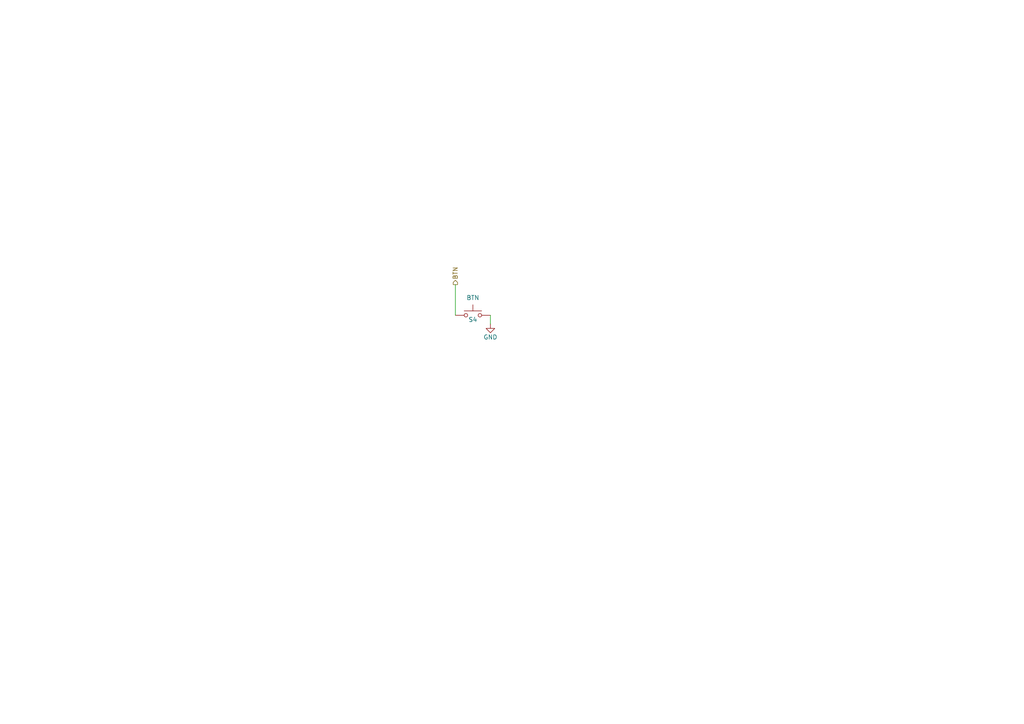
<source format=kicad_sch>
(kicad_sch (version 20231120) (generator "eeschema") (generator_version "8.0")
  (paper "A4")
  (title_block (title "YardForce SA/SC 10Buttons 12LEDs CoverUI") (date "2023-10-20") (rev "0.1") (comment 1 "(c) Apehaenger") (comment 2 "For https://openmower.de") (comment 3 "RM-ECOW-V1.0.0 2018.06.05 with STM32F030R8T6"))
  (lib_symbols
    (symbol "Switch:SW_Push" (pin_numbers hide) (pin_names (offset 1.016) hide)
      (property "Reference" "SW" (at 1.27 2.54 0))
      (property "Value" "SW_Push" (at 0 -1.524 0))
      (symbol "SW_Push_0_1"
        (circle (center -2.032 0) (radius 0.508))
        (polyline (pts (xy 0 1.27) (xy 0 3.048)))
        (polyline (pts (xy 2.54 1.27) (xy -2.54 1.27)))
        (circle (center 2.032 0) (radius 0.508))
        (pin passive line (at -5.08 0 0) (length 2.54) (name "1") (number "1"))
        (pin passive line (at 5.08 0 180) (length 2.54) (name "2") (number "2"))
      )
    )
    (symbol "power:GND" (power) (pin_names (offset 0))
      (property "Value" "GND" (at 0 -3.81 0))
      (symbol "GND_0_1"
        (polyline (pts (xy 0 0) (xy 0 -1.27) (xy 1.27 -1.27) (xy 0 -2.54) (xy -1.27 -1.27) (xy 0 -1.27)))
      )
      (symbol "GND_1_1"
        (pin power_in line (at 0 0 270) (length 0) hide (name "GND") (number "1"))
      )
    )
  )
  (wire (pts (xy 132.08 82.55) (xy 132.08 91.44)))
  (wire (pts (xy 142.24 91.44) (xy 142.24 93.98)))
  (hierarchical_label "BTN" (shape output) (at 132.08 82.55 90))
  (symbol (lib_id "power:GND") (at 142.24 93.98 0) (unit 1)
    (property "Reference" "#PWR?" (effects (hide yes)))
    (property "Value" "GND" (at 142.24 97.79 0))
  )
  (symbol (lib_id "Switch:SW_Push") (at 137.16 91.44 0) (mirror y) (unit 1)
    (property "Reference" "S4" (at 137.16 92.71 0))
    (property "Value" "BTN" (at 137.16 86.36 0))
    (instances (project "SA,SC-Type 10Button-12LED Board" (path "" (reference "S4") (unit 1)) (path "" (reference "S?") (unit 1)) (path "" (reference "S?") (unit 1)) (path "" (reference "S?") (unit 1)) (path "" (reference "S?") (unit 1)) (path "" (reference "S7") (unit 1)) (path "" (reference "S?") (unit 1)) (path "" (reference "S?") (unit 1)) (path "" (reference "S?") (unit 1)) (path "" (reference "S1") (unit 1))))
  )
)
</source>
